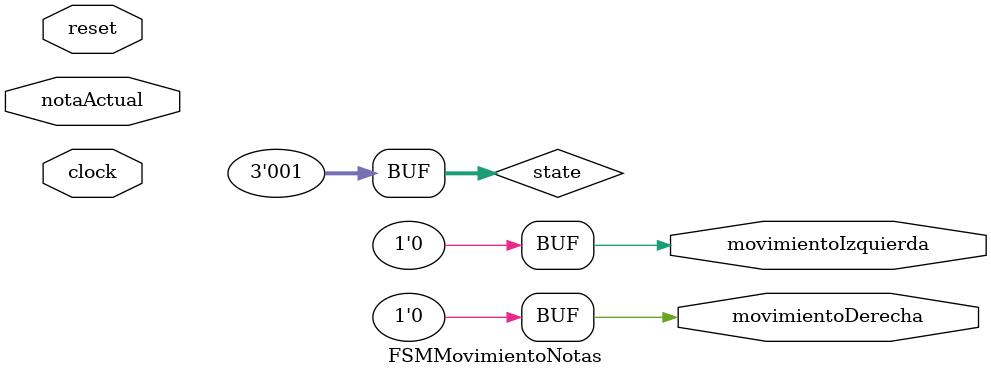
<source format=v>
`timescale 1ns / 1ps
module FSMMovimientoNotas(
	input wire clock,
	input wire reset,
	input wire [5:0] notaActual,
	output reg movimientoIzquierda,
	output reg movimientoDerecha
    );
	 
reg [2:0] state = 1;
reg [5:0] ultimaNotaUtilizada=100;

parameter inicio = 1;	
parameter moverIzquierda = 0;

always @(clock)
  begin
		case (state)
			inicio:
				if(notaActual>14&ultimaNotaUtilizada!=notaActual)
					begin
						ultimaNotaUtilizada<=notaActual;
						state<=moverIzquierda;
					end
				else
						state<=inicio;
			moverIzquierda:
				state<=inicio;
			default:
				state <= inicio;
		endcase
	end
	
always @(state)
	begin
		case (state)
			inicio:
				begin
					movimientoIzquierda = 0;
					movimientoDerecha = 0;
				end
			moverIzquierda:
				begin
					movimientoIzquierda = 1;
					movimientoDerecha = 0;
				end
			default:
				begin
					movimientoIzquierda = 0;
					movimientoDerecha = 0;
				end
		endcase
	end

endmodule

</source>
